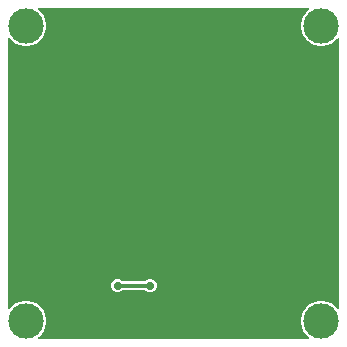
<source format=gbr>
%TF.GenerationSoftware,Altium Limited,Altium Designer,21.6.4 (81)*%
G04 Layer_Physical_Order=2*
G04 Layer_Color=16711680*
%FSLAX45Y45*%
%MOMM*%
%TF.SameCoordinates,35F77A6B-66F6-43E6-81AF-3D6A737DF117*%
%TF.FilePolarity,Positive*%
%TF.FileFunction,Copper,L2,Bot,Signal*%
%TF.Part,Single*%
G01*
G75*
%TA.AperFunction,Conductor*%
%ADD17C,0.30000*%
%TA.AperFunction,TestPad*%
%ADD19C,3.00000*%
%TA.AperFunction,ViaPad*%
%ADD20C,0.70000*%
%ADD21C,0.50000*%
G36*
X1150311Y1387847D02*
X1141631Y1382048D01*
X1117953Y1358369D01*
X1099348Y1330525D01*
X1086533Y1299587D01*
X1080000Y1266743D01*
Y1233257D01*
X1086533Y1200413D01*
X1099348Y1169475D01*
X1117953Y1141631D01*
X1141631Y1117953D01*
X1169475Y1099348D01*
X1200413Y1086533D01*
X1233257Y1080000D01*
X1266743D01*
X1299587Y1086533D01*
X1330525Y1099348D01*
X1358369Y1117953D01*
X1382048Y1141631D01*
X1387847Y1150311D01*
X1400000Y1146624D01*
Y-1146624D01*
X1387847Y-1150311D01*
X1382048Y-1141631D01*
X1358369Y-1117953D01*
X1330525Y-1099348D01*
X1299587Y-1086533D01*
X1266743Y-1080000D01*
X1233257D01*
X1200413Y-1086533D01*
X1169475Y-1099348D01*
X1141631Y-1117953D01*
X1117953Y-1141631D01*
X1099348Y-1169475D01*
X1086533Y-1200413D01*
X1080000Y-1233257D01*
Y-1266743D01*
X1086533Y-1299587D01*
X1099348Y-1330525D01*
X1117953Y-1358369D01*
X1141631Y-1382048D01*
X1150311Y-1387847D01*
X1146624Y-1400000D01*
X-1146624D01*
X-1150311Y-1387847D01*
X-1141631Y-1382048D01*
X-1117953Y-1358369D01*
X-1099348Y-1330525D01*
X-1086533Y-1299587D01*
X-1080000Y-1266743D01*
Y-1233257D01*
X-1086533Y-1200413D01*
X-1099348Y-1169475D01*
X-1117953Y-1141631D01*
X-1141631Y-1117953D01*
X-1169475Y-1099348D01*
X-1200413Y-1086533D01*
X-1233257Y-1080000D01*
X-1266743D01*
X-1299587Y-1086533D01*
X-1330525Y-1099348D01*
X-1358369Y-1117953D01*
X-1382048Y-1141631D01*
X-1387847Y-1150311D01*
X-1400000Y-1146624D01*
Y1146624D01*
X-1387847Y1150311D01*
X-1382048Y1141631D01*
X-1358369Y1117953D01*
X-1330525Y1099348D01*
X-1299587Y1086533D01*
X-1266743Y1080000D01*
X-1233257D01*
X-1200413Y1086533D01*
X-1169475Y1099348D01*
X-1141631Y1117953D01*
X-1117953Y1141631D01*
X-1099348Y1169475D01*
X-1086533Y1200413D01*
X-1080000Y1233257D01*
Y1266743D01*
X-1086533Y1299587D01*
X-1099348Y1330525D01*
X-1117953Y1358369D01*
X-1141631Y1382048D01*
X-1150311Y1387847D01*
X-1146624Y1400000D01*
X1146624D01*
X1150311Y1387847D01*
D02*
G37*
%LPC*%
G36*
X-189060Y-895000D02*
X-210940D01*
X-231155Y-903373D01*
X-242096Y-914314D01*
X-432904D01*
X-443845Y-903373D01*
X-464060Y-895000D01*
X-485940D01*
X-506155Y-903373D01*
X-521627Y-918845D01*
X-530000Y-939060D01*
Y-960940D01*
X-521627Y-981155D01*
X-506155Y-996626D01*
X-485940Y-1005000D01*
X-464060D01*
X-443845Y-996626D01*
X-432904Y-985686D01*
X-242096D01*
X-231155Y-996626D01*
X-210940Y-1005000D01*
X-189060D01*
X-168845Y-996626D01*
X-153374Y-981155D01*
X-145000Y-960940D01*
Y-939060D01*
X-153374Y-918845D01*
X-168845Y-903373D01*
X-189060Y-895000D01*
D02*
G37*
%LPD*%
D17*
X-475000Y-950000D02*
X-225000D01*
D19*
X1250000Y-1250000D02*
D03*
X-1250000Y1250000D02*
D03*
X1250000D02*
D03*
X-1250000Y-1250000D02*
D03*
D20*
X-200000Y-950000D02*
D03*
X-475000D02*
D03*
X62503Y1144738D02*
D03*
X-311523Y1144245D02*
D03*
X550000Y850000D02*
D03*
X425000D02*
D03*
X25000Y-850000D02*
D03*
X-75000D02*
D03*
X415819Y-276531D02*
D03*
X250000Y25000D02*
D03*
D21*
X-55000Y-270000D02*
D03*
X55000D02*
D03*
Y-380000D02*
D03*
X-55000D02*
D03*
%TF.MD5,0e558963012a11b6442bfc4f962c6819*%
M02*

</source>
